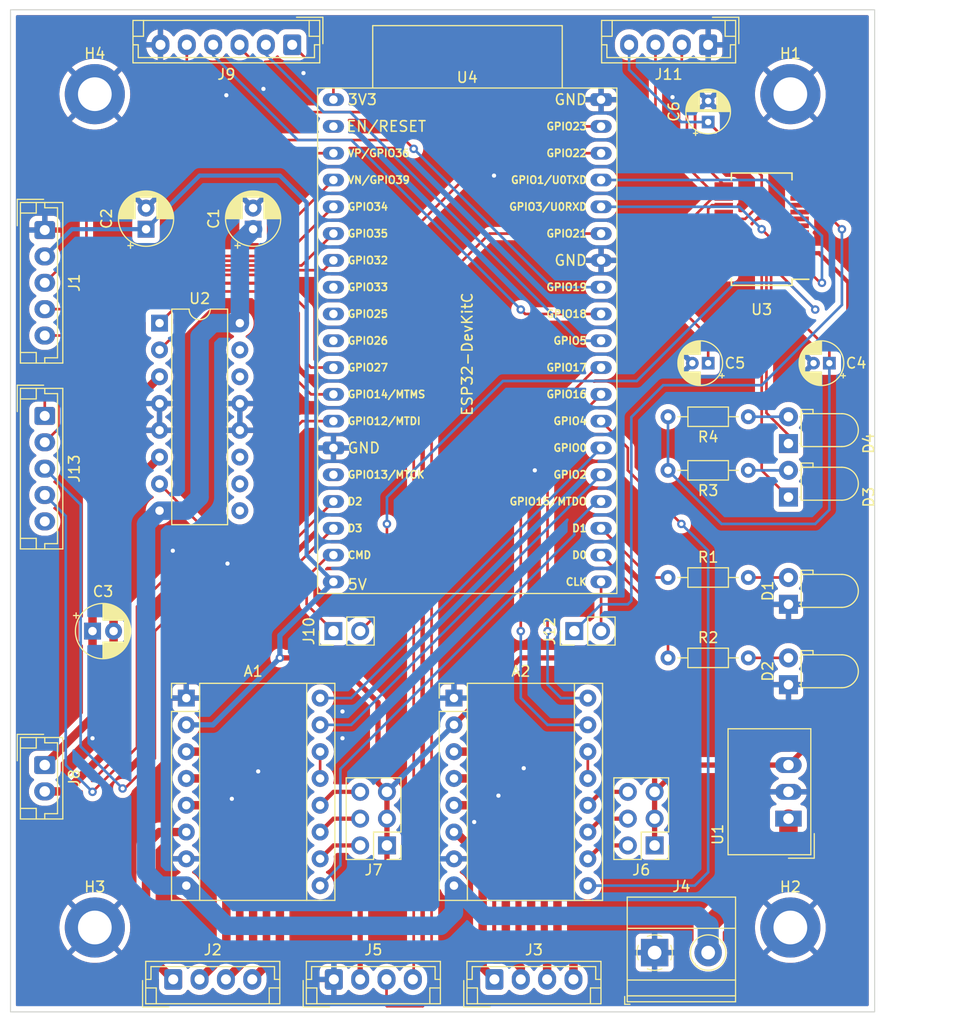
<source format=kicad_pcb>
(kicad_pcb (version 20211014) (generator pcbnew)
  (layers (0 "F.Cu" signal) (31 "B.Cu" signal) (34 "B.Paste" user) (35 "F.Paste" user) (36 "B.SilkS" user "B.Silkscreen") (37 "F.SilkS" user "F.Silkscreen") (38 "B.Mask" user) (39 "F.Mask" user) (44 "Edge.Cuts" user))
  (net 0 "")
  (net 1 "GND")
  (net 2 "+5V")
  (net 3 "Net-(A1-Pad3)")
  (net 4 "Net-(A1-Pad4)")
  (net 5 "Net-(A1-Pad5)")
  (net 6 "Net-(A1-Pad6)")
  (net 7 "+12V")
  (net 8 "/enable_Stepper_2")
  (net 9 "Net-(A1-Pad10)")
  (net 10 "Net-(A1-Pad13)")
  (net 11 "/Stepper_2_STEP")
  (net 12 "/Stepper_2_DIR")
  (net 13 "Net-(A2-Pad3)")
  (net 14 "Net-(A2-Pad4)")
  (net 15 "Net-(A2-Pad5)")
  (net 16 "Net-(A2-Pad6)")
  (net 17 "/enable_Stepper_1")
  (net 18 "Net-(A2-Pad13)")
  (net 19 "/Stepper_1_STEP")
  (net 20 "/Stepper_1_DIR")
  (net 21 "/enable_dc_gear_motor")
  (net 22 "/dc_gear_motor_1A")
  (net 28 "Net-(D1-Pad2)")
  (net 29 "Net-(D2-Pad2)")
  (net 30 "/display_SDA")
  (net 31 "/display_SCL")
  (net 32 "Net-(A2-Pad10)")
  (net 33 "Net-(A2-Pad11)")
  (net 34 "Net-(C3-Pad1)")
  (net 36 "Net-(C3-Pad2)")
  (net 37 "Net-(C4-Pad1)")
  (net 38 "Net-(D3-Pad2)")
  (net 40 "Net-(D4-Pad2)")
  (net 41 "/UP")
  (net 42 "/DN")
  (net 43 "/PW")
  (net 44 "/SEL")
  (net 45 "/MN")
  (net 46 "/L_G")
  (net 47 "/L_R")
  (net 48 "Net-(D3-Pad1)")
  (net 49 "+3V3")
  (net 50 "/CS")
  (net 51 "/LED1")
  (net 52 "/LED2")
  (net 53 "Net-(D4-Pad1)")
  (net 54 "Net-(J10-Pad1)")
  (net 55 "/MOSI")
  (net 56 "/CLK")
  (net 57 "/MISO")
  (net 58 "Net-(J11-Pad2)")
  (net 59 "/RTS")
  (net 60 "Net-(J11-Pad3)")
  (net 61 "Net-(J12-Pad2)")
  (net 62 "/CTS")
  (net 64 "/TX")
  (net 66 "/RX")
  (net 76 "Net-(A1-Pad11)")
  (net 77 "Net-(A1-Pad12)")
  (net 78 "Net-(A2-Pad12)")
  (net 79 "Net-(U3-Pad17)")
  (net 80 "/dc_gear_motor_2A")
  (footprint "Capacitor_THT:CP_Radial_D5.0mm_P2.00mm" (layer "F.Cu") (at 144.78 88.9)
    (fp_text reference "C3")
    (fp_text value "C100_dc_gear_motor")
  )
  (footprint "Connector_JST:JST_EH_B6B-EH-A_1x06_P2.50mm_Vertical" (layer "F.Cu") (at 163.73 33.32 180)
    (fp_text reference "J9")
    (fp_text value "SD_SPI")
  )
  (footprint "Module:Pololu_Breakout-16_15.2x20.3mm" (layer "F.Cu") (at 179.08 95.25)
    (fp_text reference "A2")
    (fp_text value "Stepper_2_A4988")
  )
  (footprint "Connector_PinHeader_2.54mm:PinHeader_2x03_P2.54mm_Vertical" (layer "F.Cu") (at 172.72 109.22 180)
    (fp_text reference "J7")
    (fp_text value "Stepper_1_JUMPER")
  )
  (footprint "Capacitor_THT:CP_Radial_D4.0mm_P2.00mm" (layer "F.Cu") (at 203.2 40.64 90)
    (fp_text reference "C6")
    (fp_text value "10µF")
  )
  (footprint "Connector_JST:JST_EH_B4B-EH-A_1x04_P2.50mm_Vertical" (layer "F.Cu") (at 203.2 33.32 180)
    (fp_text reference "J11")
    (fp_text value "USB_C")
  )
  (footprint "LED_THT:LED_D3.0mm_Horizontal_O1.27mm_Z2.0mm" (layer "F.Cu") (at 210.82 86.36 90)
    (fp_text reference "D1")
    (fp_text value "RED")
  )
  (footprint "Converter_DCDC:Converter_DCDC_TRACO_TSR-1_THT" (layer "F.Cu") (at 210.82 106.68 90)
    (fp_text reference "U1")
    (fp_text value "TSR_1-2450")
  )
  (footprint "Espressif:ESP32-DevKitC" (layer "F.Cu") (at 167.63632 38.51384)
    (fp_text reference "U4")
    (fp_text value "ESP32-DevKitC")
  )
  (footprint "Connector_JST:JST_EH_B5B-EH-A_1x05_P2.50mm_Vertical" (layer "F.Cu") (at 140.25 68.5 -90)
    (fp_text reference "J13")
    (fp_text value "interface_panel_1")
  )
  (footprint "Capacitor_THT:CP_Radial_D5.0mm_P2.00mm" (layer "F.Cu") (at 160.02 50.8 90)
    (fp_text reference "C1")
    (fp_text value "C_Polarized")
  )
  (footprint "LED_THT:LED_D3.0mm_Horizontal_O1.27mm_Z2.0mm" (layer "F.Cu") (at 210.82 71.12 90)
    (fp_text reference "D4")
    (fp_text value "GREEN_USB")
  )
  (footprint "Resistor_THT:R_Axial_DIN0204_L3.6mm_D1.6mm_P7.62mm_Horizontal" (layer "F.Cu") (at 207.01 73.66 180)
    (fp_text reference "R3")
    (fp_text value "1k")
  )
  (footprint "Connector_PinHeader_2.54mm:PinHeader_2x03_P2.54mm_Vertical" (layer "F.Cu") (at 198.12 109.22 180)
    (fp_text reference "J6")
    (fp_text value "Stepper_2_JUMPER")
  )
  (footprint "Connector_JST:JST_EH_B4B-EH-A_1x04_P2.50mm_Vertical" (layer "F.Cu") (at 182.92 121.92)
    (fp_text reference "J3")
    (fp_text value "Stepper_2")
  )
  (footprint "Capacitor_THT:CP_Radial_D4.0mm_P1.50mm" (layer "F.Cu") (at 203.2 63.5 180)
    (fp_text reference "C5")
    (fp_text value "0.1µF")
  )
  (footprint "Resistor_THT:R_Axial_DIN0204_L3.6mm_D1.6mm_P7.62mm_Horizontal" (layer "F.Cu") (at 207.01 68.58 180)
    (fp_text reference "R4")
    (fp_text value "1k")
  )
  (footprint "Package_SO:SSOP-28_5.3x10.2mm_P0.65mm" (layer "F.Cu") (at 208.28 50.8 180)
    (fp_text reference "U3")
    (fp_text value "FT232RL")
  )
  (footprint "Capacitor_THT:CP_Radial_D5.0mm_P2.00mm" (layer "F.Cu") (at 149.86 50.8 90)
    (fp_text reference "C2")
    (fp_text value "C_Polarized")
  )
  (footprint "Connector_JST:JST_EH_B4B-EH-A_1x04_P2.50mm_Vertical" (layer "F.Cu") (at 152.44 121.92)
    (fp_text reference "J2")
    (fp_text value "Stepper_1")
  )
  (footprint "Connector_JST:JST_EH_B5B-EH-A_1x05_P2.50mm_Vertical" (layer "F.Cu") (at 140.25 50.88 -90)
    (fp_text reference "J1")
    (fp_text value "interface_panel_0")
  )
  (footprint "MountingHole:MountingHole_3.2mm_M3_ISO7380_Pad" (layer "F.Cu") (at 211 117)
    (fp_text reference "H2")
    (fp_text value "MountingHole_Pad")
  )
  (footprint "LED_THT:LED_D3.0mm_Horizontal_O1.27mm_Z2.0mm" (layer "F.Cu") (at 210.82 76.2 90)
    (fp_text reference "D3")
    (fp_text value "RED_USB")
  )
  (footprint "TerminalBlock_Phoenix:TerminalBlock_Phoenix_MKDS-1,5-2-5.08_1x02_P5.08mm_Horizontal" (layer "F.Cu") (at 198.12 119.38)
    (fp_text reference "J4")
    (fp_text value "Screw_Terminal_01x02")
  )
  (footprint "MountingHole:MountingHole_3.2mm_M3_ISO7380_Pad" (layer "F.Cu") (at 145 38)
    (fp_text reference "H4")
    (fp_text value "MountingHole_Pad")
  )
  (footprint "Connector_JST:JST_EH_B4B-EH-A_1x04_P2.50mm_Vertical" (layer "F.Cu") (at 167.68 121.92)
    (fp_text reference "J5")
    (fp_text value "Display")
  )
  (footprint "Resistor_THT:R_Axial_DIN0204_L3.6mm_D1.6mm_P7.62mm_Horizontal" (layer "F.Cu") (at 199.39 91.44)
    (fp_text reference "R2")
    (fp_text value "270")
  )
  (footprint "Resistor_THT:R_Axial_DIN0204_L3.6mm_D1.6mm_P7.62mm_Horizontal" (layer "F.Cu") (at 199.39 83.82)
    (fp_text reference "R1")
    (fp_text value "270")
  )
  (footprint "Connector_PinHeader_2.54mm:PinHeader_1x02_P2.54mm_Vertical" (layer "F.Cu") (at 190.5 88.9 90)
    (fp_text reference "J12")
    (fp_text value "Conn_01x02_Male")
  )
  (footprint "Capacitor_THT:CP_Radial_D4.0mm_P1.50mm" (layer "F.Cu") (at 214.7 63.5 180)
    (fp_text reference "C4")
    (fp_text value "0.1µF")
  )
  (footprint "Connector_PinHeader_2.54mm:PinHeader_1x02_P2.54mm_Vertical" (layer "F.Cu") (at 167.64 88.9 90)
    (fp_text reference "J10")
    (fp_text value "Conn_01x02_Male")
  )
  (footprint "Module:Pololu_Breakout-16_15.2x20.3mm" (layer "F.Cu") (at 153.68 95.25)
    (fp_text reference "A1")
    (fp_text value "Stepper_1_A4988")
  )
  (footprint "MountingHole:MountingHole_3.2mm_M3_ISO7380_Pad" (layer "F.Cu") (at 145 117)
    (fp_text reference "H3")
    (fp_text value "MountingHole_Pad")
  )
  (footprint "Connector_JST:JST_EH_B2B-EH-A_1x02_P2.50mm_Vertical" (layer "F.Cu") (at 140.25 101.6 -90)
    (fp_text reference "J8")
    (fp_text value "dc_gear_motor")
  )
  (footprint "LED_THT:LED_D3.0mm_Horizontal_O1.27mm_Z2.0mm" (layer "F.Cu") (at 210.82 93.98 90)
    (fp_text reference "D2")
    (fp_text value "RED")
  )
  (footprint "Package_DIP:DIP-16_W7.62mm" (layer "F.Cu") (at 151.14 59.705)
    (fp_text reference "U2")
    (fp_text value "L293D")
  )
  (footprint "MountingHole:MountingHole_3.2mm_M3_ISO7380_Pad" (layer "F.Cu") (at 211 38)
    (fp_text reference "H1")
    (fp_text value "MountingHole_Pad")
  )
  (gr_rect (start 219 125) (end 137 30) (layer "Edge.Cuts") (width 0.1) (fill none))
  (segment (start 204.68 53.075) (end 204.68 53.725) (width 0.25) (layer "F.Cu") (net 1))
  (segment (start 204.68 48.525) (end 203.555 48.525) (width 0.25) (layer "F.Cu") (net 1))
  (segment (start 203.555 50.475) (end 204.68 50.475) (width 0.25) (layer "F.Cu") (net 1))
  (segment (start 203.2 52.72) (end 203.555 53.075) (width 0.25) (layer "F.Cu") (net 1))
  (segment (start 210.780978 51.125) (end 208.597859 48.941881) (width 0.25) (layer "F.Cu") (net 1))
  (segment (start 203.555 50.475) (end 203.2 50.83) (width 0.25) (layer "F.Cu") (net 1))
  (segment (start 203.2 50.12) (end 203.555 50.475) (width 0.25) (layer "F.Cu") (net 1))
  (segment (start 203.555 48.525) (end 203.2 48.88) (width 0.25) (layer "F.Cu") (net 1))
  (segment (start 203.2 50.83) (end 203.2 52.72) (width 0.25) (layer "F.Cu") (net 1))
  (segment (start 203.555 53.075) (end 204.68 53.075) (width 0.25) (layer "F.Cu") (net 1))
  (segment (start 211.88 51.125) (end 210.780978 51.125) (width 0.25) (layer "F.Cu") (net 1))
  (segment (start 203.2 48.88) (end 203.2 50.12) (width 0.25) (layer "F.Cu") (net 1))
  (via (at 183.3 104.5) (size 0.8) (drill 0.4) (layers "F.Cu" "B.Cu") (net 1))
  (via (at 160.5 102.2) (size 0.8) (drill 0.4) (layers "F.Cu" "B.Cu") (net 1))
  (via (at 168.5 99.06) (size 0.8) (drill 0.4) (layers "F.Cu" "B.Cu") (net 1))
  (via (at 158 104.8) (size 0.8) (drill 0.4) (layers "F.Cu" "B.Cu") (net 1))
  (via (at 144.78 99.06) (size 0.8) (drill 0.4) (layers "F.Cu" "B.Cu") (net 1))
  (via (at 185.7 101.9) (size 0.8) (drill 0.4) (layers "F.Cu" "B.Cu") (net 1))
  (via (at 199.817701 38.282299) (size 0.8) (drill 0.4) (layers "F.Cu" "B.Cu") (net 1))
  (via (at 152.4 81.28) (size 0.8) (drill 0.4) (layers "F.Cu" "B.Cu") (net 1))
  (via (at 157.589579 82.5) (size 0.8) (drill 0.4) (layers "F.Cu" "B.Cu") (net 1))
  (via (at 168.5 96.52) (size 0.8) (drill 0.4) (layers "F.Cu" "B.Cu") (net 1))
  (via (at 161 37.5) (size 0.8) (drill 0.4) (layers "F.Cu" "B.Cu") (net 1))
  (via (at 164.8 36) (size 0.8) (drill 0.4) (layers "F.Cu" "B.Cu") (net 1))
  (via (at 182.88 45.72) (size 0.8) (drill 0.4) (layers "F.Cu" "B.Cu") (net 1))
  (via (at 157.48 38.1) (size 0.8) (drill 0.4) (layers "F.Cu" "B.Cu") (net 1))
  (via (at 181 107) (size 0.8) (drill 0.4) (layers "F.Cu" "B.Cu") (net 1))
  (via (at 186.75 73.66) (size 0.8) (drill 0.4) (layers "F.Cu" "B.Cu") (net 1))
  (segment (start 172.72 104.14) (end 172.72 106.68) (width 0.5) (layer "F.Cu") (net 2))
  (segment (start 185.42 91.44) (end 179.07 97.79) (width 0.5) (layer "F.Cu") (net 2))
  (segment (start 198.12 106.68) (end 198.12 109.22) (width 0.5) (layer "F.Cu") (net 2))
  (segment (start 171.87 95.67) (end 167.64 91.44) (width 0.5) (layer "F.Cu") (net 2))
  (segment (start 198.12 104.14) (end 198.12 106.68) (width 0.5) (layer "F.Cu") (net 2))
  (segment (start 215.9 96.52) (end 216.5 95.92) (width 0.4) (layer "F.Cu") (net 2))
  (segment (start 179.07 97.79) (end 179.08 97.79) (width 0.25) (layer "F.Cu") (net 2))
  (segment (start 216.5 95.92) (end 216.5 55.845978) (width 0.4) (layer "F.Cu") (net 2))
  (segment (start 170.18 114.3) (end 170.18 121.92) (width 0.5) (layer "F.Cu") (net 2))
  (segment (start 172.72 104.14) (end 171.87 103.29) (width 0.5) (layer "F.Cu") (net 2))
  (segment (start 216.5 55.845978) (end 213.729022 53.075) (width 0.4) (layer "F.Cu") (net 2))
  (segment (start 198.12 104.14) (end 198.12 96.52) (width 0.5) (layer "F.Cu") (net 2))
  (segment (start 213.729022 53.075) (end 211.88 53.075) (width 0.4) (layer "F.Cu") (net 2))
  (segment (start 172.72 111.76) (end 170.18 114.3) (width 0.5) (layer "F.Cu") (net 2))
  (segment (start 172.72 109.22) (end 172.72 111.76) (width 0.5) (layer "F.Cu") (net 2))
  (segment (start 193.04 91.44) (end 185.42 91.44) (width 0.5) (layer "F.Cu") (net 2))
  (segment (start 172.72 109.22) (end 172.72 106.68) (width 0.5) (layer "F.Cu") (net 2))
  (segment (start 210.82 101.6) (end 200.66 101.6) (width 0.5) (layer "F.Cu") (net 2))
  (segment (start 167.64 91.44) (end 162.56 91.44) (width 0.5) (layer "F.Cu") (net 2))
  (segment (start 215.9 96.52) (end 210.82 101.6) (width 0.5) (layer "F.Cu") (net 2))
  (segment (start 171.87 103.29) (end 171.87 95.67) (width 0.5) (layer "F.Cu") (net 2))
  (segment (start 200.66 101.6) (end 198.12 104.14) (width 0.5) (layer "F.Cu") (net 2))
  (segment (start 198.12 96.52) (end 193.04 91.44) (width 0.5) (layer "F.Cu") (net 2))
  (via (at 162.56 91.44) (size 0.8) (drill 0.4) (layers "F.Cu" "B.Cu") (net 2))
  (segment (start 162.56 45.72) (end 165.1 48.26) (width 0.4) (layer "B.Cu") (net 2))
  (segment (start 162.56 91.44) (end 156.21 97.79) (width 0.5) (layer "B.Cu") (net 2))
  (segment (start 142.83 50.8) (end 140.25 53.38) (width 0.4) (layer "B.Cu") (net 2))
  (segment (start 165.1 48.26) (end 165.1 81.69656) (width 0.4) (layer "B.Cu") (net 2))
  (segment (start 165.1 81.69656) (end 167.64 84.23656) (width 0.4) (layer "B.Cu") (net 2))
  (segment (start 172.72 104.14) (end 179.07 97.79) (width 0.5) (layer "B.Cu") (net 2))
  (segment (start 179.07 97.79) (end 179.08 97.79) (width 0.5) (layer "B.Cu") (net 2))
  (segment (start 156.21 97.79) (end 153.68 97.79) (width 0.5) (layer "B.Cu") (net 2))
  (segment (start 149.86 50.8) (end 142.83 50.8) (width 0.4) (layer "B.Cu") (net 2))
  (segment (start 149.86 50.8) (end 154.94 45.72) (width 0.4) (layer "B.Cu") (net 2))
  (segment (start 154.94 45.72) (end 162.56 45.72) (width 0.4) (layer "B.Cu") (net 2))
  (segment (start 162.56 89.31656) (end 162.56 91.44) (width 0.5) (layer "B.Cu") (net 2))
  (segment (start 167.64 84.23656) (end 162.56 89.31656) (width 0.5) (layer "B.Cu") (net 2))
  (segment (start 162.56 101.6) (end 161.29 100.33) (width 0.8) (layer "F.Cu") (net 3))
  (segment (start 159.94 121.92) (end 162.56 119.3) (width 0.8) (layer "F.Cu") (net 3))
  (segment (start 162.56 119.3) (end 162.56 101.6) (width 0.8) (layer "F.Cu") (net 3))
  (segment (start 161.29 100.33) (end 153.68 100.33) (width 0.8) (layer "F.Cu") (net 3))
  (segment (start 160.02 119.34) (end 160.02 104.14) (width 0.8) (layer "F.Cu") (net 4))
  (segment (start 157.44 121.92) (end 160.02 119.34) (width 0.8) (layer "F.Cu") (net 4))
  (segment (start 158.75 102.87) (end 153.68 102.87) (width 0.8) (layer "F.Cu") (net 4))
  (segment (start 160.02 104.14) (end 158.75 102.87) (width 0.8) (layer "F.Cu") (net 4))
  (segment (start 156.21 105.41) (end 153.68 105.41) (width 0.8) (layer "F.Cu") (net 5))
  (segment (start 154.94 121.92) (end 157.48 119.38) (width 0.8) (layer "F.Cu") (net 5))
  (segment (start 157.48 106.68) (end 156.21 105.41) (width 0.8) (layer "F.Cu") (net 5))
  (segment (start 157.48 119.38) (end 157.48 106.68) (width 0.8) (layer "F.Cu") (net 5))
  (segment (start 151.13 107.95) (end 153.68 107.95) (width 0.8) (layer "F.Cu") (net 6))
  (segment (start 152.44 121.92) (end 152.4 121.92) (width 0.8) (layer "F.Cu") (net 6))
  (segment (start 152.4 121.92) (end 149.86 119.38) (width 0.8) (layer "F.Cu") (net 6))
  (segment (start 149.86 109.22) (end 151.13 107.95) (width 0.8) (layer "F.Cu") (net 6))
  (segment (start 149.86 119.38) (end 149.86 109.22) (width 0.8) (layer "F.Cu") (net 6))
  (segment (start 210.82 106.68) (end 210.82 109.22) (width 1.75) (layer "F.Cu") (net 7))
  (segment (start 210.82 109.22) (end 203.2 116.84) (width 1.75) (layer "F.Cu") (net 7))
  (segment (start 203.2 116.84) (end 203.2 119.38) (width 1.75) (layer "F.Cu") (net 7))
  (segment (start 177.805 116.84) (end 157.49 116.84) (width 1.75) (layer "B.Cu") (net 7))
  (segment (start 156.195 59.705) (end 158.76 59.705) (width 1.75) (layer "B.Cu") (net 7))
  (segment (start 202.259511 115.899511) (end 181.949511 115.899511) (width 1.75) (layer "B.Cu") (net 7))
  (segment (start 149.86 111.76) (end 149.86 78.765) (width 1.75) (layer "B.Cu") (net 7))
  (segment (start 153.68 113.03) (end 151.13 113.03) (width 1.75) (layer "B.Cu") (net 7))
  (segment (start 154.94 76.2) (end 154.94 60.96) (width 1.75) (layer "B.Cu") (net 7))
  (segment (start 154.94 60.96) (end 156.195 59.705) (width 1.75) (layer "B.Cu") (net 7))
  (segment (start 149.86 78.765) (end 151.14 77.485) (width 1.75) (layer "B.Cu") (net 7))
  (segment (start 158.76 59.705) (end 158.76 52.06) (width 1.75) (layer "B.Cu") (net 7))
  (segment (start 179.08 115.565) (end 177.805 116.84) (width 1.75) (layer "B.Cu") (net 7))
  (segment (start 158.76 52.06) (end 160.02 50.8) (width 1.75) (layer "B.Cu") (net 7))
  (segment (start 203.2 116.84) (end 202.259511 115.899511) (width 1.75) (layer "B.Cu") (net 7))
  (segment (start 157.49 116.84) (end 153.68 113.03) (width 1.75) (layer "B.Cu") (net 7))
  (segment (start 151.14 77.485) (end 153.655 77.485) (width 1.75) (layer "B.Cu") (net 7))
  (segment (start 203.2 119.38) (end 203.2 116.84) (width 2) (layer "B.Cu") (net 7))
  (segment (start 179.08 113.03) (end 179.08 115.565) (width 1.75) (layer "B.Cu") (net 7))
  (segment (start 151.13 113.03) (end 149.86 111.76) (width 1.75) (layer "B.Cu") (net 7))
  (segment (start 153.655 77.485) (end 154.94 76.2) (width 1.75) (layer "B.Cu") (net 7))
  (segment (start 181.949511 115.899511) (end 179.08 113.03) (width 1.75) (layer "B.Cu") (net 7))
  (segment (start 195.58 71.53656) (end 193.04 68.99656) (width 0.25) (layer "F.Cu") (net 8))
  (segment (start 195.58 73.66) (end 195.58 71.53656) (width 0.25) (layer "F.Cu") (net 8))
  (segment (start 200.66 78.74) (end 195.58 73.66) (width 0.25) (layer "F.Cu") (net 8))
  (via (at 200.66 78.74) (size 0.8) (drill 0.4) (layers "F.Cu" "B.Cu") (net 8))
  (segment (start 203.2 111.76) (end 203.2 81.28) (width 0.25) (layer "B.Cu") (net 8))
  (segment (start 191.78 113.03) (end 201.93 113.03) (width 0.25) (layer "B.Cu") (net 8))
  (segment (start 201.93 113.03) (end 203.2 111.76) (width 0.25) (layer "B.Cu") (net 8))
  (segment (start 203.2 81.28) (end 200.66 78.74) (width 0.25) (layer "B.Cu") (net 8))
  (segment (start 167.65 109.22) (end 166.38 110.49) (width 0.4) (layer "F.Cu") (net 9))
  (segment (start 170.18 109.22) (end 167.65 109.22) (width 0.4) (layer "F.Cu") (net 9))
  (segment (start 166.38 102.87) (end 166.38 100.33) (width 0.25) (layer "F.Cu") (net 10))
  (segment (start 185.42 71.12) (end 192.62344 63.91656) (width 0.25) (layer "F.Cu") (net 11))
  (segment (start 185.42 88.9) (end 185.42 71.12) (width 0.25) (layer "F.Cu") (net 11))
  (segment (start 192.62344 63.91656) (end 193.04 63.91656) (width 0.25) (layer "F.Cu") (net 11))
  (via (at 185.42 88.9) (size 0.8) (drill 0.4) (layers "F.Cu" "B.Cu") (net 11))
  (segment (start 185.42 95.245) (end 187.965 97.79) (width 0.25) (layer "B.Cu") (net 11))
  (segment (start 187.965 97.79) (end 191.78 97.79) (width 0.25) (layer "B.Cu") (net 11))
  (segment (start 185.42 88.9) (end 185.42 95.245) (width 0.25) (layer "B.Cu") (net 11))
  (segment (start 187.96 88.9) (end 187.96 71.53656) (width 0.25) (layer "F.Cu") (net 12))
  (segment (start 187.96 71.53656) (end 193.04 66.45656) (width 0.25) (layer "F.Cu") (net 12))
  (via (at 187.96 88.9) (size 0.8) (drill 0.4) (layers "F.Cu" "B.Cu") (net 12))
  (segment (start 189.235 95.25) (end 191.78 95.25) (width 0.25) (layer "B.Cu") (net 12))
  (segment (start 187.96 88.9) (end 187.96 93.975) (width 0.25) (layer "B.Cu") (net 12))
  (segment (start 187.96 93.975) (end 189.235 95.25) (width 0.25) (layer "B.Cu") (net 12))
  (segment (start 190.42 121.92) (end 190.42 119.46) (width 0.8) (layer "F.Cu") (net 13))
  (segment (start 190.42 119.46) (end 188.9 117.94) (width 0.8) (layer "F.Cu") (net 13))
  (segment (start 188.9 102.54) (end 186.69 100.33) (width 0.8) (layer "F.Cu") (net 13))
  (segment (start 188.9 117.94) (end 188.9 102.54) (width 0.8) (layer "F.Cu") (net 13))
  (segment (start 186.69 100.33) (end 179.08 100.33) (width 0.8) (layer "F.Cu") (net 13))
  (segment (start 186.4 105.12) (end 186.4 118.6) (width 0.8) (layer "F.Cu") (net 14))
  (segment (start 186.4 118.6) (end 187.92 120.12) (width 0.8) (layer "F.Cu") (net 14))
  (segment (start 179.08 102.87) (end 184.15 102.87) (width 0.8) (layer "F.Cu") (net 14))
  (segment (start 187.92 120.12) (end 187.92 121.92) (width 0.8) (layer "F.Cu") (net 14))
  (segment (start 184.15 102.87) (end 186.4 105.12) (width 0.8) (layer "F.Cu") (net 14))
  (segment (start 181.61 105.41) (end 179.08 105.41) (width 0.8) (layer "F.Cu") (net 15))
  (segment (start 184 119.38) (end 184 107.8) (width 0.8) (layer "F.Cu") (net 15))
  (segment (start 185.42 120.8) (end 184 119.38) (width 0.8) (layer "F.Cu") (net 15))
  (segment (start 184 107.8) (end 181.61 105.41) (width 0.8) (layer "F.Cu") (net 15))
  (segment (start 185.42 121.92) (end 185.42 120.8) (width 0.8) (layer "F.Cu") (net 15))
  (segment (start 181.8 120.8) (end 182.92 121.92) (width 0.8) (layer "F.Cu") (net 16))
  (segment (start 181.8 109.22) (end 181.8 120.8) (width 0.8) (layer "F.Cu") (net 16))
  (segment (start 179.08 107.95) (end 179.225 107.95) (width 0.8) (layer "F.Cu") (net 16))
  (segment (start 180.495 109.22) (end 181.8 109.22) (width 0.8) (layer "F.Cu") (net 16))
  (segment (start 179.225 107.95) (end 180.495 109.22) (width 0.8) (layer "F.Cu") (net 16))
  (segment (start 166.38 113.03) (end 168.3 111.11) (width 0.25) (layer "B.Cu") (net 17))
  (segment (start 190.5 79.764614) (end 190.5 78.74) (width 0.25) (layer "B.Cu") (net 17))
  (segment (start 190.5 78.74) (end 192.62344 76.61656) (width 0.25) (layer "B.Cu") (net 17))
  (segment (start 168.3 111.11) (end 168.3 101.964614) (width 0.25) (layer "B.Cu") (net 17))
  (segment (start 192.62344 76.61656) (end 193.04 76.61656) (width 0.25) (layer "B.Cu") (net 17))
  (segment (start 168.3 101.964614) (end 190.5 79.764614) (width 0.25) (layer "B.Cu") (net 17))
  (segment (start 191.78 102.87) (end 191.78 100.33) (width 0.25) (layer "F.Cu") (net 18))
  (segment (start 169.32656 97.79) (end 193.04 74.07656) (width 0.25) (layer "B.Cu") (net 19))
  (segment (start 166.38 97.79) (end 169.32656 97.79) (width 0.25) (layer "B.Cu") (net 19))
  (segment (start 169.32656 95.25) (end 193.04 71.53656) (width 0.25) (layer "B.Cu") (net 20))
  (segment (start 166.38 95.25) (end 169.32656 95.25) (width 0.25) (layer "B.Cu") (net 20))
  (segment (start 161.81808 55.13808) (end 165.1 58.42) (width 0.25) (layer "F.Cu") (net 21))
  (segment (start 151.14 59.705) (end 155.70692 55.13808) (width 0.25) (layer "F.Cu") (net 21))
  (segment (start 165.51656 63.91656) (end 167.64 63.91656) (width 0.25) (layer "F.Cu") (net 21))
  (segment (start 155.70692 55.13808) (end 161.81808 55.13808) (width 0.25) (layer "F.Cu") (net 21))
  (segment (start 165.1 63.5) (end 165.51656 63.91656) (width 0.25) (layer "F.Cu") (net 21))
  (segment (start 165.1 58.42) (end 165.1 63.5) (width 0.25) (layer "F.Cu") (net 21))
  (segment (start 165.51656 66.45656) (end 162.56 63.5) (width 0.25) (layer "F.Cu") (net 22))
  (segment (start 162.56 59.04) (end 160.22 56.7) (width 0.25) (layer "F.Cu") (net 22))
  (segment (start 162.56 63.5) (end 162.56 59.04) (width 0.25) (layer "F.Cu") (net 22))
  (segment (start 160.22 56.7) (end 156.685 56.7) (width 0.25) (layer "F.Cu") (net 22))
  (segment (start 167.64 66.45656) (end 165.51656 66.45656) (width 0.25) (layer "F.Cu") (net 22))
  (segment (start 156.685 56.7) (end 151.14 62.245) (width 0.25) (layer "F.Cu") (net 22))
  (segment (start 207.01 83.82) (end 210.82 83.82) (width 0.25) (layer "F.Cu") (net 28))
  (segment (start 207.01 91.44) (end 210.82 91.44) (width 0.25) (layer "F.Cu") (net 29))
  (segment (start 182.46344 51.21656) (end 193.04 51.21656) (width 0.25) (layer "F.Cu") (net 30))
  (segment (start 172.72 124.46) (end 176.113011 124.46) (width 0.25) (layer "F.Cu") (net 30))
  (segment (start 176.955969 56.724031) (end 182.46344 51.21656) (width 0.25) (layer "F.Cu") (net 30))
  (segment (start 172.68 124.42) (end 172.72 124.46) (width 0.25) (layer "F.Cu") (net 30))
  (segment (start 176.113011 124.46) (end 176.955969 123.617042) (width 0.25) (layer "F.Cu") (net 30))
  (segment (start 176.955969 123.617042) (end 176.955969 56.724031) (width 0.25) (layer "F.Cu") (net 30))
  (segment (start 172.68 121.92) (end 172.68 124.42) (width 0.25) (layer "F.Cu") (net 30))
  (segment (start 175.18 121.92) (end 175.26 121.84) (width 0.25) (layer "F.Cu") (net 31))
  (segment (start 182.46344 43.59656) (end 193.04 43.59656) (width 0.25) (layer "F.Cu") (net 31))
  (segment (start 175.26 50.8) (end 182.46344 43.59656) (width 0.25) (layer "F.Cu") (net 31))
  (segment (start 175.26 121.84) (end 175.26 50.8) (width 0.25) (layer "F.Cu") (net 31))
  (segment (start 193.05 109.22) (end 191.78 110.49) (width 0.4) (layer "F.Cu") (net 32))
  (segment (start 195.58 109.22) (end 193.05 109.22) (width 0.4) (layer "F.Cu") (net 32))
  (segment (start 195.58 106.68) (end 193.05 106.68) (width 0.4) (layer "F.Cu") (net 33))
  (segment (start 193.05 106.68) (end 191.78 107.95) (width 0.4) (layer "F.Cu") (net 33))
  (segment (start 144.78 97.07) (end 144.78 88.9) (width 0.8) (layer "F.Cu") (net 34))
  (segment (start 144.78 88.9) (end 144.78 71.145) (width 0.8) (layer "F.Cu") (net 34))
  (segment (start 144.78 71.145) (end 151.14 64.785) (width 0.8) (layer "F.Cu") (net 34))
  (segment (start 140.25 101.6) (end 144.78 97.07) (width 0.8) (layer "F.Cu") (net 34))
  (segment (start 146.78 76.765) (end 151.14 72.405) (width 0.8) (layer "F.Cu") (net 36))
  (segment (start 140.25 104.1) (end 142.28 104.1) (width 0.8) (layer "F.Cu") (net 36))
  (segment (start 142.28 104.1) (end 146.78 99.6) (width 0.8) (layer "F.Cu") (net 36))
  (segment (start 146.78 88.9) (end 146.78 76.765) (width 0.8) (layer "F.Cu") (net 36))
  (segment (start 146.78 99.6) (end 146.78 88.9) (width 0.8) (layer "F.Cu") (net 36))
  (segment (start 209.17904 53.225018) (end 205.779022 49.825) (width 0.25) (layer "F.Cu") (net 37))
  (segment (start 209.17904 56.77904) (end 209.17904 53.225018) (width 0.25) (layer "F.Cu") (net 37))
  (segment (start 205.779022 49.825) (end 204.68 49.825) (width 0.25) (layer "F.Cu") (net 37))
  (segment (start 203.2 40.64) (end 208.28 45.72) (width 0.25) (layer "F.Cu") (net 37))
  (segment (start 206.715 49.825) (end 204.68 49.825) (width 0.25) (layer "F.Cu") (net 37))
  (segment (start 214.7 63.5) (end 214.7 62.3) (width 0.25) (layer "F.Cu") (net 37))
  (segment (start 208.28 45.72) (end 208.28 48.26) (width 0.25) (layer "F.Cu") (net 37))
  (segment (start 208.28 48.26) (end 206.715 49.825) (width 0.25) (layer "F.Cu") (net 37))
  (segment (start 214.7 62.3) (end 209.17904 56.77904) (width 0.25) (layer "F.Cu") (net 37))
  (segment (start 199.39 73.66) (end 199.39 68.58) (width 0.25) (layer "B.Cu") (net 37))
  (segment (start 195.7 35.68) (end 195.7 33.32) (width 0.25) (layer "B.Cu") (net 37))
  (segment (start 200.66 40.64) (end 195.7 35.68) (width 0.25) (layer "B.Cu") (net 37))
  (segment (start 203.2 40.64) (end 200.66 40.64) (width 0.25) (layer "B.Cu") (net 37))
  (segment (start 214.7 77.4) (end 214.7 63.5) (width 0.25) (layer "B.Cu") (net 37))
  (segment (start 199.39 73.66) (end 204.47 78.74) (width 0.25) (layer "B.Cu") (net 37))
  (segment (start 213.36 78.74) (end 214.7 77.4) (width 0.25) (layer "B.Cu") (net 37))
  (segment (start 204.47 78.74) (end 213.36 78.74) (width 0.25) (layer "B.Cu") (net 37))
  (segment (start 210.82 73.66) (end 207.01 73.66) (width 0.25) (layer "B.Cu") (net 38))
  (segment (start 210.82 68.58) (end 207.01 68.58) (width 0.25) (layer "B.Cu") (net 40))
  (segment (start 140.25 55.88) (end 144.205489 51.924511) (width 0.25) (layer "F.Cu") (net 41))
  (segment (start 144.205489 51.924511) (end 144.205489 46.294511) (width 0.25) (layer "F.Cu") (net 41))
  (segment (start 146.90344 43.59656) (end 167.64 43.59656) (width 0.25) (layer "F.Cu") (net 41))
  (segment (start 144.205489 46.294511) (end 146.90344 43.59656) (width 0.25) (layer "F.Cu") (net 41))
  (segment (start 160.43656 53.34) (end 167.64 46.13656) (width 0.25) (layer "F.Cu") (net 42))
  (segment (start 142.28 58.38) (end 147.32 53.34) (width 0.25) (layer "F.Cu") (net 42))
  (segment (start 140.25 58.38) (end 142.28 58.38) (width 0.25) (layer "F.Cu") (net 42))
  (segment (start 147.32 53.34) (end 160.43656 53.34) (width 0.25) (layer "F.Cu") (net 42))
  (segment (start 162.52704 53.78952) (end 167.64 48.67656) (width 0.25) (layer "F.Cu") (net 43))
  (segment (start 149.41048 53.78952) (end 162.52704 53.78952) (width 0.25) (layer "F.Cu") (net 43))
  (segment (start 140.25 60.88) (end 142.32 60.88) (width 0.25) (layer "F.Cu") (net 43))
  (segment (start 142.32 60.88) (end 149.41048 53.78952) (width 0.25) (layer "F.Cu") (net 43))
  (segment (start 164.61752 54.23904) (end 167.64 51.21656) (width 0.25) (layer "F.Cu") (net 44))
  (segment (start 151.50096 54.23904) (end 164.61752 54.23904) (width 0.25) (layer "F.Cu") (net 44))
  (segment (start 140.25 65.49) (end 151.50096 54.23904) (width 0.25) (layer "F.Cu") (net 44))
  (segment (start 140.25 68.5) (end 140.25 65.49) (width 0.25) (layer "F.Cu") (net 44))
  (segment (start 141.54952 69.70048) (end 141.54952 66.73048) (width 0.25) (layer "F.Cu") (net 45))
  (segment (start 166.708 54.68856) (end 167.64 53.75656) (width 0.25) (layer "F.Cu") (net 45))
  (segment (start 141.54952 66.73048) (end 153.59144 54.68856) (width 0.25) (layer "F.Cu") (net 45))
  (segment (start 153.59144 54.68856) (end 166.708 54.68856) (width 0.25) (layer "F.Cu") (net 45))
  (segment (start 140.25 71) (end 141.54952 69.70048) (width 0.25) (layer "F.Cu") (net 45))
  (segment (start 150.7 88.9) (end 155.78 83.82) (width 0.25) (layer "F.Cu") (net 46))
  (segment (start 147.837859 103.822141) (end 150.7 100.96) (width 0.25) (layer "F.Cu") (net 46))
  (segment (start 162.97656 83.82) (end 167.64 79.15656) (width 0.25) (layer "F.Cu") (net 46))
  (segment (start 147.637859 103.822141) (end 147.837859 103.822141) (width 0.25) (layer "F.Cu") (net 46))
  (segment (start 155.78 83.82) (end 162.97656 83.82) (width 0.25) (layer "F.Cu") (net 46))
  (segment (start 150.7 100.96) (end 150.7 88.9) (width 0.25) (layer "F.Cu") (net 46))
  (via (at 147.637859 103.822141) (size 0.8) (drill 0.4) (layers "F.Cu" "B.Cu") (net 46))
  (segment (start 143.655489 76.905489) (end 143.655489 99.839771) (width 0.25) (layer "B.Cu") (net 46))
  (segment (start 143.655489 99.839771) (end 147.637859 103.822141) (width 0.25) (layer "B.Cu") (net 46))
  (segment (start 140.25 73.5) (end 143.655489 76.905489) (width 0.25) (layer "B.Cu") (net 46))
  (segment (start 149 86.584283) (end 154.413862 81.170421) (width 0.25) (layer "F.Cu") (net 47))
  (segment (start 149 99.92) (end 149 86.584283) (width 0.25) (layer "F.Cu") (net 47))
  (segment (start 144.78 104.14) (end 149 99.92) (width 0.25) (layer "F.Cu") (net 47))
  (segment (start 154.413862 81.170421) (end 163.086139 81.170421) (width 0.25) (layer "F.Cu") (net 47))
  (segment (start 163.086139 81.170421) (end 167.64 76.61656) (width 0.25) (layer "F.Cu") (net 47))
  (via (at 144.78 104.14) (size 0.8) (drill 0.4) (layers "F.Cu" "B.Cu") (net 47))
  (segment (start 142.24 77.99) (end 142.24 101.6) (width 0.25) (layer "B.Cu") (net 47))
  (segment (start 142.24 101.6) (end 144.78 104.14) (width 0.25) (layer "B.Cu") (net 47))
  (segment (start 140.25 76) (end 142.24 77.99) (width 0.25) (layer "B.Cu") (net 47))
  (segment (start 210.82 76.2) (end 208.28 73.66) (width 0.25) (layer "F.Cu") (net 48))
  (segment (start 205.779022 51.775) (end 204.68 51.775) (width 0.25) (layer "F.Cu") (net 48))
  (segment (start 208.28 54.275978) (end 205.779022 51.775) (width 0.25) (layer "F.Cu") (net 48))
  (segment (start 208.28 73.66) (end 208.28 54.275978) (width 0.25) (layer "F.Cu") (net 48))
  (segment (start 167.64 37.23) (end 167.64 38.51656) (width 0.25) (layer "F.Cu") (net 49))
  (segment (start 163.73 33.32) (end 167.64 37.23) (width 0.25) (layer "F.Cu") (net 49))
  (segment (start 169.24 39.7) (end 190.91656 61.37656) (width 0.25) (layer "B.Cu") (net 50))
  (segment (start 161.23 33.32) (end 161.23 34.23) (width 0.25) (layer "B.Cu") (net 50))
  (segment (start 166.7 39.7) (end 169.24 39.7) (width 0.25) (layer "B.Cu") (net 50))
  (segment (start 190.91656 61.37656) (end 193.04 61.37656) (width 0.25) (layer "B.Cu") (net 50))
  (segment (start 161.23 34.23) (end 166.7 39.7) (width 0.25) (layer "B.Cu") (net 50))
  (segment (start 197.70344 83.82) (end 193.04 79.15656) (width 0.25) (layer "F.Cu") (net 51))
  (segment (start 199.39 83.82) (end 197.70344 83.82) (width 0.25) (layer "F.Cu") (net 51))
  (segment (start 199.39 91.44) (end 199.39 88.04752) (width 0.25) (layer "F.Cu") (net 52))
  (segment (start 199.39 88.04752) (end 193.03632 81.69384) (width 0.25) (layer "F.Cu") (net 52))
  (segment (start 206.204511 51.125) (end 204.68 51.125) (width 0.25) (layer "F.Cu") (net 53))
  (segment (start 210.82 71.12) (end 210.82 70.311721) (width 0.25) (layer "F.Cu") (net 53))
  (segment (start 210.82 70.311721) (end 208.72952 68.221241) (width 0.25) (layer "F.Cu") (net 53))
  (segment (start 208.72952 68.221241) (end 208.72952 53.650009) (width 0.25) (layer "F.Cu") (net 53))
  (segment (start 208.72952 53.650009) (end 206.204511 51.125) (width 0.25) (layer "F.Cu") (net 53))
  (segment (start 165.1 86.36) (end 165.1 83.82) (width 0.25) (layer "F.Cu") (net 54))
  (segment (start 167.64 88.9) (end 165.1 86.36) (width 0.25) (layer "F.Cu") (net 54))
  (segment (start 165.1 83.82) (end 167.22344 81.69656) (width 0.25) (layer "F.Cu") (net 54))
  (segment (start 167.22344 81.69656) (end 167.64 81.69656) (width 0.25) (layer "F.Cu") (net 54))
  (segment (start 164.85108 39.7) (end 158.73 33.57892) (width 0.25) (layer "F.Cu") (net 55))
  (segment (start 179.4 39.7) (end 164.85108 39.7) (width 0.25) (layer "F.Cu") (net 55))
  (segment (start 193.04 41.05656) (end 180.75656 41.05656) (width 0.25) (layer "F.Cu") (net 55))
  (segment (start 158.73 33.57892) (end 158.73 33.32) (width 0.25) (layer "F.Cu") (net 55))
  (segment (start 180.75656 41.05656) (end 179.4 39.7) (width 0.25) (layer "F.Cu") (net 55))
  (segment (start 185.42 58.42) (end 185.83656 58.83656) (width 0.25) (layer "F.Cu") (net 56))
  (segment (start 185.83656 58.83656) (end 193.04 58.83656) (width 0.25) (layer "F.Cu") (net 56))
  (via (at 185.42 58.42) (size 0.8) (drill 0.4) (layers "F.Cu" "B.Cu") (net 56))
  (segment (start 156.23 33.32) (end 156.23 34.31) (width 0.25) (layer "B.Cu") (net 56))
  (segment (start 169.35 42.35) (end 185.42 58.42) (width 0.25) (layer "B.Cu") (net 56))
  (segment (start 156.23 34.31) (end 160.02 38.1) (width 0.25) (layer "B.Cu") (net 56))
  (segment (start 164.27 42.35) (end 169.35 42.35) (width 0.25) (layer "B.Cu") (net 56))
  (segment (start 160.02 38.1) (end 164.27 42.35) (width 0.25) (layer "B.Cu") (net 56))
  (segment (start 153.73 36.06) (end 153.73 33.32) (width 0.25) (layer "F.Cu") (net 57))
  (segment (start 174.43 42.35) (end 160.02 42.35) (width 0.25) (layer "F.Cu") (net 57))
  (segment (start 160.02 42.35) (end 153.73 36.06) (width 0.25) (layer "F.Cu") (net 57))
  (segment (start 175.26 43.18) (end 174.43 42.35) (width 0.25) (layer "F.Cu") (net 57))
  (via (at 175.26 43.18) (size 0.8) (drill 0.4) (layers "F.Cu" "B.Cu") (net 57))
  (segment (start 175.26 43.18) (end 188.37656 56.29656) (width 0.25) (layer "B.Cu") (net 57))
  (segment (start 188.37656 56.29656) (end 193.04 56.29656) (width 0.25) (layer "B.Cu") (net 57))
  (segment (start 201.18952 36.00952) (end 200.7 35.52) (width 0.25) (layer "F.Cu") (net 58))
  (segment (start 201.18952 43.08452) (end 201.18952 36.00952) (width 0.25) (layer "F.Cu") (net 58))
  (segment (start 204.68 46.575) (end 201.18952 43.08452) (width 0.25) (layer "F.Cu") (net 58))
  (segment (start 200.7 35.52) (end 200.7 33.32) (width 0.25) (layer "F.Cu") (net 58))
  (segment (start 210.755 53.725) (end 211.88 53.725) (width 0.25) (layer "F.Cu") (net 59))
  (segment (start 172.72 86.36) (end 170.18 88.9) (width 0.25) (layer "F.Cu") (net 59))
  (segment (start 172.72 78.74) (end 172.72 86.36) (width 0.25) (layer "F.Cu") (net 59))
  (segment (start 213.36 58.42) (end 209.867859 54.927859) (width 0.25) (layer "F.Cu") (net 59))
  (segment (start 209.867859 54.927859) (end 209.867859 54.612141) (width 0.25) (layer "F.Cu") (net 59))
  (segment (start 209.867859 54.612141) (end 210.755 53.725) (width 0.25) (layer "F.Cu") (net 59))
  (via (at 172.72 78.74) (size 0.8) (drill 0.4) (layers "F.Cu" "B.Cu") (net 59))
  (via (at 213.36 58.42) (size 0.8) (drill 0.4) (layers "F.Cu" "B.Cu") (net 59))
  (segment (start 205.74 55.88) (end 210.82 55.88) (width 0.25) (layer "B.Cu") (net 59))
  (segment (start 172.72 78.74) (end 172.72 76.2) (width 0.25) (layer "B.Cu") (net 59))
  (segment (start 210.82 55.88) (end 213.36 58.42) (width 0.25) (layer "B.Cu") (net 59))
  (segment (start 183.73 65.19) (end 196.43 65.19) (width 0.25) (layer "B.Cu") (net 59))
  (segment (start 196.43 65.19) (end 205.74 55.88) (width 0.25) (layer "B.Cu") (net 59))
  (segment (start 172.72 76.2) (end 183.73 65.19) (width 0.25) (layer "B.Cu") (net 59))
  (segment (start 198.2 41.87) (end 203.555 47.225) (width 0.25) (layer "F.Cu") (net 60))
  (segment (start 203.555 47.225) (end 204.68 47.225) (width 0.25) (layer "F.Cu") (net 60))
  (segment (start 198.2 33.32) (end 198.2 41.87) (width 0.25) (layer "F.Cu") (net 60))
  (segment (start 193.04 88.9) (end 193.04 84.23752) (width 0.25) (layer "F.Cu") (net 61))
  (segment (start 193.04 84.23752) (end 193.03632 84.23384) (width 0.25) (layer "F.Cu") (net 61))
  (segment (start 211.88 48.525) (end 213.610717 48.525) (width 0.25) (layer "F.Cu") (net 62))
  (segment (start 213.610717 48.525) (end 215.892858 50.807142) (width 0.25) (layer "F.Cu") (net 62))
  (via (at 215.892858 50.807142) (size 0.8) (drill 0.4) (layers "F.Cu" "B.Cu") (net 62))
  (segment (start 198.937781 65.59048) (end 195.909082 68.619179) (width 0.25) (layer "B.Cu") (net 62))
  (segment (start 215.892858 50.807142) (end 215.892858 57.977622) (width 0.25) (layer "B.Cu") (net 62))
  (segment (start 195.58 86.36) (end 193.04 86.36) (width 0.25) (layer "B.Cu") (net 62))
  (segment (start 193.04 86.36) (end 190.5 88.9) (width 0.25) (layer "B.Cu") (net 62))
  (segment (start 195.909082 86.030918) (end 195.58 86.36) (width 0.25) (layer "B.Cu") (net 62))
  (segment (start 195.909082 68.619179) (end 195.909082 86.030918) (width 0.25) (layer "B.Cu") (net 62))
  (segment (start 208.28 65.59048) (end 198.937781 65.59048) (width 0.25) (layer "B.Cu") (net 62))
  (segment (start 215.892858 57.977622) (end 208.28 65.59048) (width 0.25) (layer "B.Cu") (net 62))
  (segment (start 214 55.88) (end 213.834022 55.88) (width 0.25) (layer "F.Cu") (net 64))
  (segment (start 212.979022 55.025) (end 211.88 55.025) (width 0.25) (layer "F.Cu") (net 64))
  (segment (start 213.834022 55.88) (end 212.979022 55.025) (width 0.25) (layer "F.Cu") (net 64))
  (via (at 214 55.88) (size 0.8) (drill 0.4) (layers "F.Cu" "B.Cu") (net 64))
  (segment (start 208.69656 46.13656) (end 193.04 46.13656) (width 0.25) (layer "B.Cu") (net 64))
  (segment (start 214 51.44) (end 208.69656 46.13656) (width 0.25) (layer "B.Cu") (net 64))
  (segment (start 214 55.88) (end 214 51.44) (width 0.25) (layer "B.Cu") (net 64))
  (segment (start 209.905 52.425) (end 211.88 52.425) (width 0.25) (layer "F.Cu") (net 66))
  (segment (start 208.28 50.8) (end 209.905 52.425) (width 0.25) (layer "F.Cu") (net 66))
  (via (at 208.28 50.8) (size 0.8) (drill 0.4) (layers "F.Cu" "B.Cu") (net 66))
  (segment (start 193.04 48.67656) (end 206.15656 48.67656) (width 0.25) (layer "B.Cu") (net 66))
  (segment (start 206.15656 48.67656) (end 208.28 50.8) (width 0.25) (layer "B.Cu") (net 66))
  (segment (start 170.18 106.68) (end 167.65 106.68) (width 0.4) (layer "F.Cu") (net 76))
  (segment (start 167.65 106.68) (end 166.38 107.95) (width 0.4) (layer "F.Cu") (net 76))
  (segment (start 167.65 104.14) (end 166.38 105.41) (width 0.4) (layer "F.Cu") (net 77))
  (segment (start 170.18 104.14) (end 167.65 104.14) (width 0.4) (layer "F.Cu") (net 77))
  (segment (start 195.58 104.14) (end 193.05 104.14) (width 0.4) (layer "F.Cu") (net 78))
  (segment (start 193.05 104.14) (end 191.78 105.41) (width 0.4) (layer "F.Cu") (net 78))
  (segment (start 200.66 50.784282) (end 203.569282 47.875) (width 0.25) (layer "F.Cu") (net 79))
  (segment (start 203.2 60.96) (end 200.66 58.42) (width 0.25) (layer "F.Cu") (net 79))
  (segment (start 203.569282 47.875) (end 204.68 47.875) (width 0.25) (layer "F.Cu") (net 79))
  (segment (start 203.2 63.5) (end 203.2 60.96) (width 0.25) (layer "F.Cu") (net 79))
  (segment (start 200.66 58.42) (end 200.66 50.784282) (width 0.25) (layer "F.Cu") (net 79))
  (segment (start 162.56 71.12) (end 164.68344 68.99656) (width 0.25) (layer "F.Cu") (net 80))
  (segment (start 151.14 74.945) (end 156.41578 80.22078) (width 0.25) (layer "F.Cu") (net 80))
  (segment (start 164.68344 68.99656) (end 167.64 68.99656) (width 0.25) (layer "F.Cu") (net 80))
  (segment (start 156.41578 80.22078) (end 161.07922 80.22078) (width 0.25) (layer "F.Cu") (net 80))
  (segment (start 162.56 78.74) (end 162.56 71.12) (width 0.25) (layer "F.Cu") (net 80))
  (segment (start 161.07922 80.22078) (end 162.56 78.74) (width 0.25) (layer "F.Cu") (net 80))
  (zone (net 1) (net_name "GND") (layers F&B.Cu) (connect_pads (clearance 0.508)) (min_thickness 0.254) (fill yes (thermal_gap 0.508) (thermal_bridge_width 0.508) (smoothing fillet))
    (polygon (pts (xy 218.44 124.46) (xy 137.16 124.46) (xy 137.16 30.48) (xy 218.44 30.48)))
  )
)
</source>
